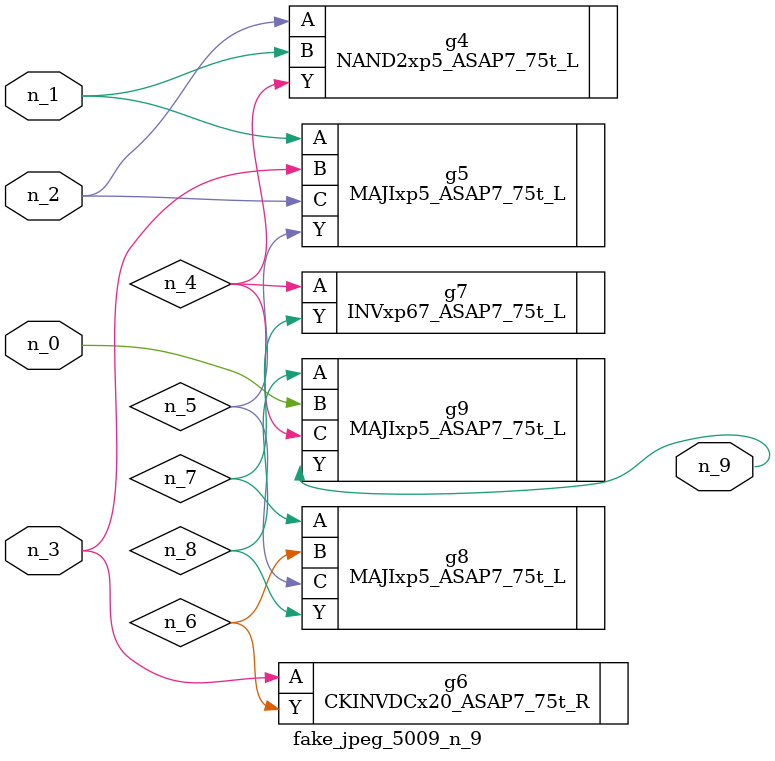
<source format=v>
module fake_jpeg_5009_n_9 (n_0, n_3, n_2, n_1, n_9);

input n_0;
input n_3;
input n_2;
input n_1;

output n_9;

wire n_4;
wire n_8;
wire n_6;
wire n_5;
wire n_7;

NAND2xp5_ASAP7_75t_L g4 ( 
.A(n_2),
.B(n_1),
.Y(n_4)
);

MAJIxp5_ASAP7_75t_L g5 ( 
.A(n_1),
.B(n_3),
.C(n_2),
.Y(n_5)
);

CKINVDCx20_ASAP7_75t_R g6 ( 
.A(n_3),
.Y(n_6)
);

INVxp67_ASAP7_75t_L g7 ( 
.A(n_4),
.Y(n_7)
);

MAJIxp5_ASAP7_75t_L g8 ( 
.A(n_7),
.B(n_6),
.C(n_5),
.Y(n_8)
);

MAJIxp5_ASAP7_75t_L g9 ( 
.A(n_8),
.B(n_0),
.C(n_4),
.Y(n_9)
);


endmodule
</source>
